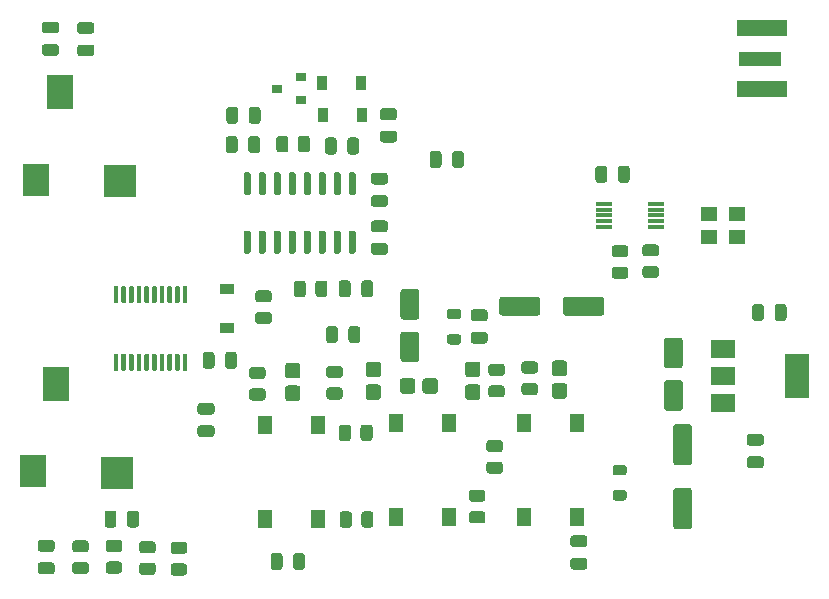
<source format=gbr>
%TF.GenerationSoftware,KiCad,Pcbnew,(5.1.9)-1*%
%TF.CreationDate,2022-08-23T12:02:52-04:00*%
%TF.ProjectId,ADX,4144582e-6b69-4636-9164-5f7063625858,rev?*%
%TF.SameCoordinates,Original*%
%TF.FileFunction,Paste,Top*%
%TF.FilePolarity,Positive*%
%FSLAX46Y46*%
G04 Gerber Fmt 4.6, Leading zero omitted, Abs format (unit mm)*
G04 Created by KiCad (PCBNEW (5.1.9)-1) date 2022-08-23 12:02:52*
%MOMM*%
%LPD*%
G01*
G04 APERTURE LIST*
%ADD10R,1.400000X1.200000*%
%ADD11R,2.000000X1.500000*%
%ADD12R,2.000000X3.800000*%
%ADD13R,1.400000X0.300000*%
%ADD14R,1.300000X1.550000*%
%ADD15R,0.900000X0.800000*%
%ADD16R,3.600000X1.270000*%
%ADD17R,4.200000X1.350000*%
%ADD18R,2.200000X3.000000*%
%ADD19R,2.200000X2.800000*%
%ADD20R,2.800000X2.800000*%
%ADD21R,1.200000X0.900000*%
%ADD22R,0.900000X1.200000*%
G04 APERTURE END LIST*
%TO.C,C16*%
G36*
G01*
X131605000Y-106622000D02*
X132555000Y-106622000D01*
G75*
G02*
X132805000Y-106872000I0J-250000D01*
G01*
X132805000Y-107372000D01*
G75*
G02*
X132555000Y-107622000I-250000J0D01*
G01*
X131605000Y-107622000D01*
G75*
G02*
X131355000Y-107372000I0J250000D01*
G01*
X131355000Y-106872000D01*
G75*
G02*
X131605000Y-106622000I250000J0D01*
G01*
G37*
G36*
G01*
X131605000Y-104722000D02*
X132555000Y-104722000D01*
G75*
G02*
X132805000Y-104972000I0J-250000D01*
G01*
X132805000Y-105472000D01*
G75*
G02*
X132555000Y-105722000I-250000J0D01*
G01*
X131605000Y-105722000D01*
G75*
G02*
X131355000Y-105472000I0J250000D01*
G01*
X131355000Y-104972000D01*
G75*
G02*
X131605000Y-104722000I250000J0D01*
G01*
G37*
%TD*%
%TO.C,C3*%
G36*
G01*
X106992000Y-106459000D02*
X106992000Y-107409000D01*
G75*
G02*
X106742000Y-107659000I-250000J0D01*
G01*
X106242000Y-107659000D01*
G75*
G02*
X105992000Y-107409000I0J250000D01*
G01*
X105992000Y-106459000D01*
G75*
G02*
X106242000Y-106209000I250000J0D01*
G01*
X106742000Y-106209000D01*
G75*
G02*
X106992000Y-106459000I0J-250000D01*
G01*
G37*
G36*
G01*
X108892000Y-106459000D02*
X108892000Y-107409000D01*
G75*
G02*
X108642000Y-107659000I-250000J0D01*
G01*
X108142000Y-107659000D01*
G75*
G02*
X107892000Y-107409000I0J250000D01*
G01*
X107892000Y-106459000D01*
G75*
G02*
X108142000Y-106209000I250000J0D01*
G01*
X108642000Y-106209000D01*
G75*
G02*
X108892000Y-106459000I0J-250000D01*
G01*
G37*
%TD*%
D10*
%TO.C,Y1*%
X143072000Y-77536000D03*
X145472000Y-77536000D03*
X145472000Y-79436000D03*
X143072000Y-79436000D03*
%TD*%
D11*
%TO.C,U4*%
X144280000Y-88910000D03*
X144280000Y-93510000D03*
X144280000Y-91210000D03*
D12*
X150580000Y-91210000D03*
%TD*%
%TO.C,U3*%
G36*
G01*
X98635000Y-89325000D02*
X98835000Y-89325000D01*
G75*
G02*
X98935000Y-89425000I0J-100000D01*
G01*
X98935000Y-90700000D01*
G75*
G02*
X98835000Y-90800000I-100000J0D01*
G01*
X98635000Y-90800000D01*
G75*
G02*
X98535000Y-90700000I0J100000D01*
G01*
X98535000Y-89425000D01*
G75*
G02*
X98635000Y-89325000I100000J0D01*
G01*
G37*
G36*
G01*
X97985000Y-89325000D02*
X98185000Y-89325000D01*
G75*
G02*
X98285000Y-89425000I0J-100000D01*
G01*
X98285000Y-90700000D01*
G75*
G02*
X98185000Y-90800000I-100000J0D01*
G01*
X97985000Y-90800000D01*
G75*
G02*
X97885000Y-90700000I0J100000D01*
G01*
X97885000Y-89425000D01*
G75*
G02*
X97985000Y-89325000I100000J0D01*
G01*
G37*
G36*
G01*
X97335000Y-89325000D02*
X97535000Y-89325000D01*
G75*
G02*
X97635000Y-89425000I0J-100000D01*
G01*
X97635000Y-90700000D01*
G75*
G02*
X97535000Y-90800000I-100000J0D01*
G01*
X97335000Y-90800000D01*
G75*
G02*
X97235000Y-90700000I0J100000D01*
G01*
X97235000Y-89425000D01*
G75*
G02*
X97335000Y-89325000I100000J0D01*
G01*
G37*
G36*
G01*
X96685000Y-89325000D02*
X96885000Y-89325000D01*
G75*
G02*
X96985000Y-89425000I0J-100000D01*
G01*
X96985000Y-90700000D01*
G75*
G02*
X96885000Y-90800000I-100000J0D01*
G01*
X96685000Y-90800000D01*
G75*
G02*
X96585000Y-90700000I0J100000D01*
G01*
X96585000Y-89425000D01*
G75*
G02*
X96685000Y-89325000I100000J0D01*
G01*
G37*
G36*
G01*
X96035000Y-89325000D02*
X96235000Y-89325000D01*
G75*
G02*
X96335000Y-89425000I0J-100000D01*
G01*
X96335000Y-90700000D01*
G75*
G02*
X96235000Y-90800000I-100000J0D01*
G01*
X96035000Y-90800000D01*
G75*
G02*
X95935000Y-90700000I0J100000D01*
G01*
X95935000Y-89425000D01*
G75*
G02*
X96035000Y-89325000I100000J0D01*
G01*
G37*
G36*
G01*
X95385000Y-89325000D02*
X95585000Y-89325000D01*
G75*
G02*
X95685000Y-89425000I0J-100000D01*
G01*
X95685000Y-90700000D01*
G75*
G02*
X95585000Y-90800000I-100000J0D01*
G01*
X95385000Y-90800000D01*
G75*
G02*
X95285000Y-90700000I0J100000D01*
G01*
X95285000Y-89425000D01*
G75*
G02*
X95385000Y-89325000I100000J0D01*
G01*
G37*
G36*
G01*
X94735000Y-89325000D02*
X94935000Y-89325000D01*
G75*
G02*
X95035000Y-89425000I0J-100000D01*
G01*
X95035000Y-90700000D01*
G75*
G02*
X94935000Y-90800000I-100000J0D01*
G01*
X94735000Y-90800000D01*
G75*
G02*
X94635000Y-90700000I0J100000D01*
G01*
X94635000Y-89425000D01*
G75*
G02*
X94735000Y-89325000I100000J0D01*
G01*
G37*
G36*
G01*
X94085000Y-89325000D02*
X94285000Y-89325000D01*
G75*
G02*
X94385000Y-89425000I0J-100000D01*
G01*
X94385000Y-90700000D01*
G75*
G02*
X94285000Y-90800000I-100000J0D01*
G01*
X94085000Y-90800000D01*
G75*
G02*
X93985000Y-90700000I0J100000D01*
G01*
X93985000Y-89425000D01*
G75*
G02*
X94085000Y-89325000I100000J0D01*
G01*
G37*
G36*
G01*
X93435000Y-89325000D02*
X93635000Y-89325000D01*
G75*
G02*
X93735000Y-89425000I0J-100000D01*
G01*
X93735000Y-90700000D01*
G75*
G02*
X93635000Y-90800000I-100000J0D01*
G01*
X93435000Y-90800000D01*
G75*
G02*
X93335000Y-90700000I0J100000D01*
G01*
X93335000Y-89425000D01*
G75*
G02*
X93435000Y-89325000I100000J0D01*
G01*
G37*
G36*
G01*
X92785000Y-89325000D02*
X92985000Y-89325000D01*
G75*
G02*
X93085000Y-89425000I0J-100000D01*
G01*
X93085000Y-90700000D01*
G75*
G02*
X92985000Y-90800000I-100000J0D01*
G01*
X92785000Y-90800000D01*
G75*
G02*
X92685000Y-90700000I0J100000D01*
G01*
X92685000Y-89425000D01*
G75*
G02*
X92785000Y-89325000I100000J0D01*
G01*
G37*
G36*
G01*
X92785000Y-83600000D02*
X92985000Y-83600000D01*
G75*
G02*
X93085000Y-83700000I0J-100000D01*
G01*
X93085000Y-84975000D01*
G75*
G02*
X92985000Y-85075000I-100000J0D01*
G01*
X92785000Y-85075000D01*
G75*
G02*
X92685000Y-84975000I0J100000D01*
G01*
X92685000Y-83700000D01*
G75*
G02*
X92785000Y-83600000I100000J0D01*
G01*
G37*
G36*
G01*
X93435000Y-83600000D02*
X93635000Y-83600000D01*
G75*
G02*
X93735000Y-83700000I0J-100000D01*
G01*
X93735000Y-84975000D01*
G75*
G02*
X93635000Y-85075000I-100000J0D01*
G01*
X93435000Y-85075000D01*
G75*
G02*
X93335000Y-84975000I0J100000D01*
G01*
X93335000Y-83700000D01*
G75*
G02*
X93435000Y-83600000I100000J0D01*
G01*
G37*
G36*
G01*
X94085000Y-83600000D02*
X94285000Y-83600000D01*
G75*
G02*
X94385000Y-83700000I0J-100000D01*
G01*
X94385000Y-84975000D01*
G75*
G02*
X94285000Y-85075000I-100000J0D01*
G01*
X94085000Y-85075000D01*
G75*
G02*
X93985000Y-84975000I0J100000D01*
G01*
X93985000Y-83700000D01*
G75*
G02*
X94085000Y-83600000I100000J0D01*
G01*
G37*
G36*
G01*
X94735000Y-83600000D02*
X94935000Y-83600000D01*
G75*
G02*
X95035000Y-83700000I0J-100000D01*
G01*
X95035000Y-84975000D01*
G75*
G02*
X94935000Y-85075000I-100000J0D01*
G01*
X94735000Y-85075000D01*
G75*
G02*
X94635000Y-84975000I0J100000D01*
G01*
X94635000Y-83700000D01*
G75*
G02*
X94735000Y-83600000I100000J0D01*
G01*
G37*
G36*
G01*
X95385000Y-83600000D02*
X95585000Y-83600000D01*
G75*
G02*
X95685000Y-83700000I0J-100000D01*
G01*
X95685000Y-84975000D01*
G75*
G02*
X95585000Y-85075000I-100000J0D01*
G01*
X95385000Y-85075000D01*
G75*
G02*
X95285000Y-84975000I0J100000D01*
G01*
X95285000Y-83700000D01*
G75*
G02*
X95385000Y-83600000I100000J0D01*
G01*
G37*
G36*
G01*
X96035000Y-83600000D02*
X96235000Y-83600000D01*
G75*
G02*
X96335000Y-83700000I0J-100000D01*
G01*
X96335000Y-84975000D01*
G75*
G02*
X96235000Y-85075000I-100000J0D01*
G01*
X96035000Y-85075000D01*
G75*
G02*
X95935000Y-84975000I0J100000D01*
G01*
X95935000Y-83700000D01*
G75*
G02*
X96035000Y-83600000I100000J0D01*
G01*
G37*
G36*
G01*
X96685000Y-83600000D02*
X96885000Y-83600000D01*
G75*
G02*
X96985000Y-83700000I0J-100000D01*
G01*
X96985000Y-84975000D01*
G75*
G02*
X96885000Y-85075000I-100000J0D01*
G01*
X96685000Y-85075000D01*
G75*
G02*
X96585000Y-84975000I0J100000D01*
G01*
X96585000Y-83700000D01*
G75*
G02*
X96685000Y-83600000I100000J0D01*
G01*
G37*
G36*
G01*
X97335000Y-83600000D02*
X97535000Y-83600000D01*
G75*
G02*
X97635000Y-83700000I0J-100000D01*
G01*
X97635000Y-84975000D01*
G75*
G02*
X97535000Y-85075000I-100000J0D01*
G01*
X97335000Y-85075000D01*
G75*
G02*
X97235000Y-84975000I0J100000D01*
G01*
X97235000Y-83700000D01*
G75*
G02*
X97335000Y-83600000I100000J0D01*
G01*
G37*
G36*
G01*
X97985000Y-83600000D02*
X98185000Y-83600000D01*
G75*
G02*
X98285000Y-83700000I0J-100000D01*
G01*
X98285000Y-84975000D01*
G75*
G02*
X98185000Y-85075000I-100000J0D01*
G01*
X97985000Y-85075000D01*
G75*
G02*
X97885000Y-84975000I0J100000D01*
G01*
X97885000Y-83700000D01*
G75*
G02*
X97985000Y-83600000I100000J0D01*
G01*
G37*
G36*
G01*
X98635000Y-83600000D02*
X98835000Y-83600000D01*
G75*
G02*
X98935000Y-83700000I0J-100000D01*
G01*
X98935000Y-84975000D01*
G75*
G02*
X98835000Y-85075000I-100000J0D01*
G01*
X98635000Y-85075000D01*
G75*
G02*
X98535000Y-84975000I0J100000D01*
G01*
X98535000Y-83700000D01*
G75*
G02*
X98635000Y-83600000I100000J0D01*
G01*
G37*
%TD*%
D13*
%TO.C,U2*%
X134180000Y-78630000D03*
X134180000Y-78130000D03*
X134180000Y-77630000D03*
X134180000Y-77130000D03*
X134180000Y-76630000D03*
X138580000Y-76630000D03*
X138580000Y-77130000D03*
X138580000Y-77630000D03*
X138580000Y-78130000D03*
X138580000Y-78630000D03*
%TD*%
%TO.C,U1*%
G36*
G01*
X112725000Y-78920000D02*
X113025000Y-78920000D01*
G75*
G02*
X113175000Y-79070000I0J-150000D01*
G01*
X113175000Y-80720000D01*
G75*
G02*
X113025000Y-80870000I-150000J0D01*
G01*
X112725000Y-80870000D01*
G75*
G02*
X112575000Y-80720000I0J150000D01*
G01*
X112575000Y-79070000D01*
G75*
G02*
X112725000Y-78920000I150000J0D01*
G01*
G37*
G36*
G01*
X111455000Y-78920000D02*
X111755000Y-78920000D01*
G75*
G02*
X111905000Y-79070000I0J-150000D01*
G01*
X111905000Y-80720000D01*
G75*
G02*
X111755000Y-80870000I-150000J0D01*
G01*
X111455000Y-80870000D01*
G75*
G02*
X111305000Y-80720000I0J150000D01*
G01*
X111305000Y-79070000D01*
G75*
G02*
X111455000Y-78920000I150000J0D01*
G01*
G37*
G36*
G01*
X110185000Y-78920000D02*
X110485000Y-78920000D01*
G75*
G02*
X110635000Y-79070000I0J-150000D01*
G01*
X110635000Y-80720000D01*
G75*
G02*
X110485000Y-80870000I-150000J0D01*
G01*
X110185000Y-80870000D01*
G75*
G02*
X110035000Y-80720000I0J150000D01*
G01*
X110035000Y-79070000D01*
G75*
G02*
X110185000Y-78920000I150000J0D01*
G01*
G37*
G36*
G01*
X108915000Y-78920000D02*
X109215000Y-78920000D01*
G75*
G02*
X109365000Y-79070000I0J-150000D01*
G01*
X109365000Y-80720000D01*
G75*
G02*
X109215000Y-80870000I-150000J0D01*
G01*
X108915000Y-80870000D01*
G75*
G02*
X108765000Y-80720000I0J150000D01*
G01*
X108765000Y-79070000D01*
G75*
G02*
X108915000Y-78920000I150000J0D01*
G01*
G37*
G36*
G01*
X107645000Y-78920000D02*
X107945000Y-78920000D01*
G75*
G02*
X108095000Y-79070000I0J-150000D01*
G01*
X108095000Y-80720000D01*
G75*
G02*
X107945000Y-80870000I-150000J0D01*
G01*
X107645000Y-80870000D01*
G75*
G02*
X107495000Y-80720000I0J150000D01*
G01*
X107495000Y-79070000D01*
G75*
G02*
X107645000Y-78920000I150000J0D01*
G01*
G37*
G36*
G01*
X106375000Y-78920000D02*
X106675000Y-78920000D01*
G75*
G02*
X106825000Y-79070000I0J-150000D01*
G01*
X106825000Y-80720000D01*
G75*
G02*
X106675000Y-80870000I-150000J0D01*
G01*
X106375000Y-80870000D01*
G75*
G02*
X106225000Y-80720000I0J150000D01*
G01*
X106225000Y-79070000D01*
G75*
G02*
X106375000Y-78920000I150000J0D01*
G01*
G37*
G36*
G01*
X105105000Y-78920000D02*
X105405000Y-78920000D01*
G75*
G02*
X105555000Y-79070000I0J-150000D01*
G01*
X105555000Y-80720000D01*
G75*
G02*
X105405000Y-80870000I-150000J0D01*
G01*
X105105000Y-80870000D01*
G75*
G02*
X104955000Y-80720000I0J150000D01*
G01*
X104955000Y-79070000D01*
G75*
G02*
X105105000Y-78920000I150000J0D01*
G01*
G37*
G36*
G01*
X103835000Y-78920000D02*
X104135000Y-78920000D01*
G75*
G02*
X104285000Y-79070000I0J-150000D01*
G01*
X104285000Y-80720000D01*
G75*
G02*
X104135000Y-80870000I-150000J0D01*
G01*
X103835000Y-80870000D01*
G75*
G02*
X103685000Y-80720000I0J150000D01*
G01*
X103685000Y-79070000D01*
G75*
G02*
X103835000Y-78920000I150000J0D01*
G01*
G37*
G36*
G01*
X103835000Y-73970000D02*
X104135000Y-73970000D01*
G75*
G02*
X104285000Y-74120000I0J-150000D01*
G01*
X104285000Y-75770000D01*
G75*
G02*
X104135000Y-75920000I-150000J0D01*
G01*
X103835000Y-75920000D01*
G75*
G02*
X103685000Y-75770000I0J150000D01*
G01*
X103685000Y-74120000D01*
G75*
G02*
X103835000Y-73970000I150000J0D01*
G01*
G37*
G36*
G01*
X105105000Y-73970000D02*
X105405000Y-73970000D01*
G75*
G02*
X105555000Y-74120000I0J-150000D01*
G01*
X105555000Y-75770000D01*
G75*
G02*
X105405000Y-75920000I-150000J0D01*
G01*
X105105000Y-75920000D01*
G75*
G02*
X104955000Y-75770000I0J150000D01*
G01*
X104955000Y-74120000D01*
G75*
G02*
X105105000Y-73970000I150000J0D01*
G01*
G37*
G36*
G01*
X106375000Y-73970000D02*
X106675000Y-73970000D01*
G75*
G02*
X106825000Y-74120000I0J-150000D01*
G01*
X106825000Y-75770000D01*
G75*
G02*
X106675000Y-75920000I-150000J0D01*
G01*
X106375000Y-75920000D01*
G75*
G02*
X106225000Y-75770000I0J150000D01*
G01*
X106225000Y-74120000D01*
G75*
G02*
X106375000Y-73970000I150000J0D01*
G01*
G37*
G36*
G01*
X107645000Y-73970000D02*
X107945000Y-73970000D01*
G75*
G02*
X108095000Y-74120000I0J-150000D01*
G01*
X108095000Y-75770000D01*
G75*
G02*
X107945000Y-75920000I-150000J0D01*
G01*
X107645000Y-75920000D01*
G75*
G02*
X107495000Y-75770000I0J150000D01*
G01*
X107495000Y-74120000D01*
G75*
G02*
X107645000Y-73970000I150000J0D01*
G01*
G37*
G36*
G01*
X108915000Y-73970000D02*
X109215000Y-73970000D01*
G75*
G02*
X109365000Y-74120000I0J-150000D01*
G01*
X109365000Y-75770000D01*
G75*
G02*
X109215000Y-75920000I-150000J0D01*
G01*
X108915000Y-75920000D01*
G75*
G02*
X108765000Y-75770000I0J150000D01*
G01*
X108765000Y-74120000D01*
G75*
G02*
X108915000Y-73970000I150000J0D01*
G01*
G37*
G36*
G01*
X110185000Y-73970000D02*
X110485000Y-73970000D01*
G75*
G02*
X110635000Y-74120000I0J-150000D01*
G01*
X110635000Y-75770000D01*
G75*
G02*
X110485000Y-75920000I-150000J0D01*
G01*
X110185000Y-75920000D01*
G75*
G02*
X110035000Y-75770000I0J150000D01*
G01*
X110035000Y-74120000D01*
G75*
G02*
X110185000Y-73970000I150000J0D01*
G01*
G37*
G36*
G01*
X111455000Y-73970000D02*
X111755000Y-73970000D01*
G75*
G02*
X111905000Y-74120000I0J-150000D01*
G01*
X111905000Y-75770000D01*
G75*
G02*
X111755000Y-75920000I-150000J0D01*
G01*
X111455000Y-75920000D01*
G75*
G02*
X111305000Y-75770000I0J150000D01*
G01*
X111305000Y-74120000D01*
G75*
G02*
X111455000Y-73970000I150000J0D01*
G01*
G37*
G36*
G01*
X112725000Y-73970000D02*
X113025000Y-73970000D01*
G75*
G02*
X113175000Y-74120000I0J-150000D01*
G01*
X113175000Y-75770000D01*
G75*
G02*
X113025000Y-75920000I-150000J0D01*
G01*
X112725000Y-75920000D01*
G75*
G02*
X112575000Y-75770000I0J150000D01*
G01*
X112575000Y-74120000D01*
G75*
G02*
X112725000Y-73970000I150000J0D01*
G01*
G37*
%TD*%
D14*
%TO.C,SW3*%
X121070000Y-95245000D03*
X116570000Y-95245000D03*
X116570000Y-103195000D03*
X121070000Y-103195000D03*
%TD*%
%TO.C,SW2*%
X131920000Y-95185000D03*
X127420000Y-95185000D03*
X127420000Y-103135000D03*
X131920000Y-103135000D03*
%TD*%
%TO.C,SW1*%
X110000000Y-95415000D03*
X105500000Y-95415000D03*
X105500000Y-103365000D03*
X110000000Y-103365000D03*
%TD*%
%TO.C,R17*%
G36*
G01*
X123920002Y-101880000D02*
X123019998Y-101880000D01*
G75*
G02*
X122770000Y-101630002I0J249998D01*
G01*
X122770000Y-101104998D01*
G75*
G02*
X123019998Y-100855000I249998J0D01*
G01*
X123920002Y-100855000D01*
G75*
G02*
X124170000Y-101104998I0J-249998D01*
G01*
X124170000Y-101630002D01*
G75*
G02*
X123920002Y-101880000I-249998J0D01*
G01*
G37*
G36*
G01*
X123920002Y-103705000D02*
X123019998Y-103705000D01*
G75*
G02*
X122770000Y-103455002I0J249998D01*
G01*
X122770000Y-102929998D01*
G75*
G02*
X123019998Y-102680000I249998J0D01*
G01*
X123920002Y-102680000D01*
G75*
G02*
X124170000Y-102929998I0J-249998D01*
G01*
X124170000Y-103455002D01*
G75*
G02*
X123920002Y-103705000I-249998J0D01*
G01*
G37*
%TD*%
%TO.C,R16*%
G36*
G01*
X136010002Y-81170000D02*
X135109998Y-81170000D01*
G75*
G02*
X134860000Y-80920002I0J249998D01*
G01*
X134860000Y-80394998D01*
G75*
G02*
X135109998Y-80145000I249998J0D01*
G01*
X136010002Y-80145000D01*
G75*
G02*
X136260000Y-80394998I0J-249998D01*
G01*
X136260000Y-80920002D01*
G75*
G02*
X136010002Y-81170000I-249998J0D01*
G01*
G37*
G36*
G01*
X136010002Y-82995000D02*
X135109998Y-82995000D01*
G75*
G02*
X134860000Y-82745002I0J249998D01*
G01*
X134860000Y-82219998D01*
G75*
G02*
X135109998Y-81970000I249998J0D01*
G01*
X136010002Y-81970000D01*
G75*
G02*
X136260000Y-82219998I0J-249998D01*
G01*
X136260000Y-82745002D01*
G75*
G02*
X136010002Y-82995000I-249998J0D01*
G01*
G37*
%TD*%
%TO.C,R15*%
G36*
G01*
X138610002Y-81107500D02*
X137709998Y-81107500D01*
G75*
G02*
X137460000Y-80857502I0J249998D01*
G01*
X137460000Y-80332498D01*
G75*
G02*
X137709998Y-80082500I249998J0D01*
G01*
X138610002Y-80082500D01*
G75*
G02*
X138860000Y-80332498I0J-249998D01*
G01*
X138860000Y-80857502D01*
G75*
G02*
X138610002Y-81107500I-249998J0D01*
G01*
G37*
G36*
G01*
X138610002Y-82932500D02*
X137709998Y-82932500D01*
G75*
G02*
X137460000Y-82682502I0J249998D01*
G01*
X137460000Y-82157498D01*
G75*
G02*
X137709998Y-81907500I249998J0D01*
G01*
X138610002Y-81907500D01*
G75*
G02*
X138860000Y-82157498I0J-249998D01*
G01*
X138860000Y-82682502D01*
G75*
G02*
X138610002Y-82932500I-249998J0D01*
G01*
G37*
%TD*%
%TO.C,R14*%
G36*
G01*
X109770000Y-84300002D02*
X109770000Y-83399998D01*
G75*
G02*
X110019998Y-83150000I249998J0D01*
G01*
X110545002Y-83150000D01*
G75*
G02*
X110795000Y-83399998I0J-249998D01*
G01*
X110795000Y-84300002D01*
G75*
G02*
X110545002Y-84550000I-249998J0D01*
G01*
X110019998Y-84550000D01*
G75*
G02*
X109770000Y-84300002I0J249998D01*
G01*
G37*
G36*
G01*
X107945000Y-84300002D02*
X107945000Y-83399998D01*
G75*
G02*
X108194998Y-83150000I249998J0D01*
G01*
X108720002Y-83150000D01*
G75*
G02*
X108970000Y-83399998I0J-249998D01*
G01*
X108970000Y-84300002D01*
G75*
G02*
X108720002Y-84550000I-249998J0D01*
G01*
X108194998Y-84550000D01*
G75*
G02*
X107945000Y-84300002I0J249998D01*
G01*
G37*
%TD*%
%TO.C,R13*%
G36*
G01*
X107490000Y-71139998D02*
X107490000Y-72040002D01*
G75*
G02*
X107240002Y-72290000I-249998J0D01*
G01*
X106714998Y-72290000D01*
G75*
G02*
X106465000Y-72040002I0J249998D01*
G01*
X106465000Y-71139998D01*
G75*
G02*
X106714998Y-70890000I249998J0D01*
G01*
X107240002Y-70890000D01*
G75*
G02*
X107490000Y-71139998I0J-249998D01*
G01*
G37*
G36*
G01*
X109315000Y-71139998D02*
X109315000Y-72040002D01*
G75*
G02*
X109065002Y-72290000I-249998J0D01*
G01*
X108539998Y-72290000D01*
G75*
G02*
X108290000Y-72040002I0J249998D01*
G01*
X108290000Y-71139998D01*
G75*
G02*
X108539998Y-70890000I249998J0D01*
G01*
X109065002Y-70890000D01*
G75*
G02*
X109315000Y-71139998I0J-249998D01*
G01*
G37*
%TD*%
%TO.C,R12*%
G36*
G01*
X104929998Y-85800000D02*
X105830002Y-85800000D01*
G75*
G02*
X106080000Y-86049998I0J-249998D01*
G01*
X106080000Y-86575002D01*
G75*
G02*
X105830002Y-86825000I-249998J0D01*
G01*
X104929998Y-86825000D01*
G75*
G02*
X104680000Y-86575002I0J249998D01*
G01*
X104680000Y-86049998D01*
G75*
G02*
X104929998Y-85800000I249998J0D01*
G01*
G37*
G36*
G01*
X104929998Y-83975000D02*
X105830002Y-83975000D01*
G75*
G02*
X106080000Y-84224998I0J-249998D01*
G01*
X106080000Y-84750002D01*
G75*
G02*
X105830002Y-85000000I-249998J0D01*
G01*
X104929998Y-85000000D01*
G75*
G02*
X104680000Y-84750002I0J249998D01*
G01*
X104680000Y-84224998D01*
G75*
G02*
X104929998Y-83975000I249998J0D01*
G01*
G37*
%TD*%
%TO.C,R11*%
G36*
G01*
X125400002Y-97680000D02*
X124499998Y-97680000D01*
G75*
G02*
X124250000Y-97430002I0J249998D01*
G01*
X124250000Y-96904998D01*
G75*
G02*
X124499998Y-96655000I249998J0D01*
G01*
X125400002Y-96655000D01*
G75*
G02*
X125650000Y-96904998I0J-249998D01*
G01*
X125650000Y-97430002D01*
G75*
G02*
X125400002Y-97680000I-249998J0D01*
G01*
G37*
G36*
G01*
X125400002Y-99505000D02*
X124499998Y-99505000D01*
G75*
G02*
X124250000Y-99255002I0J249998D01*
G01*
X124250000Y-98729998D01*
G75*
G02*
X124499998Y-98480000I249998J0D01*
G01*
X125400002Y-98480000D01*
G75*
G02*
X125650000Y-98729998I0J-249998D01*
G01*
X125650000Y-99255002D01*
G75*
G02*
X125400002Y-99505000I-249998J0D01*
G01*
G37*
%TD*%
%TO.C,R10*%
G36*
G01*
X112860000Y-102929998D02*
X112860000Y-103830002D01*
G75*
G02*
X112610002Y-104080000I-249998J0D01*
G01*
X112084998Y-104080000D01*
G75*
G02*
X111835000Y-103830002I0J249998D01*
G01*
X111835000Y-102929998D01*
G75*
G02*
X112084998Y-102680000I249998J0D01*
G01*
X112610002Y-102680000D01*
G75*
G02*
X112860000Y-102929998I0J-249998D01*
G01*
G37*
G36*
G01*
X114685000Y-102929998D02*
X114685000Y-103830002D01*
G75*
G02*
X114435002Y-104080000I-249998J0D01*
G01*
X113909998Y-104080000D01*
G75*
G02*
X113660000Y-103830002I0J249998D01*
G01*
X113660000Y-102929998D01*
G75*
G02*
X113909998Y-102680000I249998J0D01*
G01*
X114435002Y-102680000D01*
G75*
G02*
X114685000Y-102929998I0J-249998D01*
G01*
G37*
%TD*%
%TO.C,R9*%
G36*
G01*
X104399998Y-92282500D02*
X105300002Y-92282500D01*
G75*
G02*
X105550000Y-92532498I0J-249998D01*
G01*
X105550000Y-93057502D01*
G75*
G02*
X105300002Y-93307500I-249998J0D01*
G01*
X104399998Y-93307500D01*
G75*
G02*
X104150000Y-93057502I0J249998D01*
G01*
X104150000Y-92532498D01*
G75*
G02*
X104399998Y-92282500I249998J0D01*
G01*
G37*
G36*
G01*
X104399998Y-90457500D02*
X105300002Y-90457500D01*
G75*
G02*
X105550000Y-90707498I0J-249998D01*
G01*
X105550000Y-91232502D01*
G75*
G02*
X105300002Y-91482500I-249998J0D01*
G01*
X104399998Y-91482500D01*
G75*
G02*
X104150000Y-91232502I0J249998D01*
G01*
X104150000Y-90707498D01*
G75*
G02*
X104399998Y-90457500I249998J0D01*
G01*
G37*
%TD*%
%TO.C,R8*%
G36*
G01*
X111840002Y-91400000D02*
X110939998Y-91400000D01*
G75*
G02*
X110690000Y-91150002I0J249998D01*
G01*
X110690000Y-90624998D01*
G75*
G02*
X110939998Y-90375000I249998J0D01*
G01*
X111840002Y-90375000D01*
G75*
G02*
X112090000Y-90624998I0J-249998D01*
G01*
X112090000Y-91150002D01*
G75*
G02*
X111840002Y-91400000I-249998J0D01*
G01*
G37*
G36*
G01*
X111840002Y-93225000D02*
X110939998Y-93225000D01*
G75*
G02*
X110690000Y-92975002I0J249998D01*
G01*
X110690000Y-92449998D01*
G75*
G02*
X110939998Y-92200000I249998J0D01*
G01*
X111840002Y-92200000D01*
G75*
G02*
X112090000Y-92449998I0J-249998D01*
G01*
X112090000Y-92975002D01*
G75*
G02*
X111840002Y-93225000I-249998J0D01*
G01*
G37*
%TD*%
%TO.C,R7*%
G36*
G01*
X125560002Y-91220000D02*
X124659998Y-91220000D01*
G75*
G02*
X124410000Y-90970002I0J249998D01*
G01*
X124410000Y-90444998D01*
G75*
G02*
X124659998Y-90195000I249998J0D01*
G01*
X125560002Y-90195000D01*
G75*
G02*
X125810000Y-90444998I0J-249998D01*
G01*
X125810000Y-90970002D01*
G75*
G02*
X125560002Y-91220000I-249998J0D01*
G01*
G37*
G36*
G01*
X125560002Y-93045000D02*
X124659998Y-93045000D01*
G75*
G02*
X124410000Y-92795002I0J249998D01*
G01*
X124410000Y-92269998D01*
G75*
G02*
X124659998Y-92020000I249998J0D01*
G01*
X125560002Y-92020000D01*
G75*
G02*
X125810000Y-92269998I0J-249998D01*
G01*
X125810000Y-92795002D01*
G75*
G02*
X125560002Y-93045000I-249998J0D01*
G01*
G37*
%TD*%
%TO.C,R6*%
G36*
G01*
X127469998Y-91820000D02*
X128370002Y-91820000D01*
G75*
G02*
X128620000Y-92069998I0J-249998D01*
G01*
X128620000Y-92595002D01*
G75*
G02*
X128370002Y-92845000I-249998J0D01*
G01*
X127469998Y-92845000D01*
G75*
G02*
X127220000Y-92595002I0J249998D01*
G01*
X127220000Y-92069998D01*
G75*
G02*
X127469998Y-91820000I249998J0D01*
G01*
G37*
G36*
G01*
X127469998Y-89995000D02*
X128370002Y-89995000D01*
G75*
G02*
X128620000Y-90244998I0J-249998D01*
G01*
X128620000Y-90770002D01*
G75*
G02*
X128370002Y-91020000I-249998J0D01*
G01*
X127469998Y-91020000D01*
G75*
G02*
X127220000Y-90770002I0J249998D01*
G01*
X127220000Y-90244998D01*
G75*
G02*
X127469998Y-89995000I249998J0D01*
G01*
G37*
%TD*%
%TO.C,R5*%
G36*
G01*
X113590000Y-96490002D02*
X113590000Y-95589998D01*
G75*
G02*
X113839998Y-95340000I249998J0D01*
G01*
X114365002Y-95340000D01*
G75*
G02*
X114615000Y-95589998I0J-249998D01*
G01*
X114615000Y-96490002D01*
G75*
G02*
X114365002Y-96740000I-249998J0D01*
G01*
X113839998Y-96740000D01*
G75*
G02*
X113590000Y-96490002I0J249998D01*
G01*
G37*
G36*
G01*
X111765000Y-96490002D02*
X111765000Y-95589998D01*
G75*
G02*
X112014998Y-95340000I249998J0D01*
G01*
X112540002Y-95340000D01*
G75*
G02*
X112790000Y-95589998I0J-249998D01*
G01*
X112790000Y-96490002D01*
G75*
G02*
X112540002Y-96740000I-249998J0D01*
G01*
X112014998Y-96740000D01*
G75*
G02*
X111765000Y-96490002I0J249998D01*
G01*
G37*
%TD*%
%TO.C,R4*%
G36*
G01*
X98660002Y-106300000D02*
X97759998Y-106300000D01*
G75*
G02*
X97510000Y-106050002I0J249998D01*
G01*
X97510000Y-105524998D01*
G75*
G02*
X97759998Y-105275000I249998J0D01*
G01*
X98660002Y-105275000D01*
G75*
G02*
X98910000Y-105524998I0J-249998D01*
G01*
X98910000Y-106050002D01*
G75*
G02*
X98660002Y-106300000I-249998J0D01*
G01*
G37*
G36*
G01*
X98660002Y-108125000D02*
X97759998Y-108125000D01*
G75*
G02*
X97510000Y-107875002I0J249998D01*
G01*
X97510000Y-107349998D01*
G75*
G02*
X97759998Y-107100000I249998J0D01*
G01*
X98660002Y-107100000D01*
G75*
G02*
X98910000Y-107349998I0J-249998D01*
G01*
X98910000Y-107875002D01*
G75*
G02*
X98660002Y-108125000I-249998J0D01*
G01*
G37*
%TD*%
%TO.C,R3*%
G36*
G01*
X95099998Y-107037500D02*
X96000002Y-107037500D01*
G75*
G02*
X96250000Y-107287498I0J-249998D01*
G01*
X96250000Y-107812502D01*
G75*
G02*
X96000002Y-108062500I-249998J0D01*
G01*
X95099998Y-108062500D01*
G75*
G02*
X94850000Y-107812502I0J249998D01*
G01*
X94850000Y-107287498D01*
G75*
G02*
X95099998Y-107037500I249998J0D01*
G01*
G37*
G36*
G01*
X95099998Y-105212500D02*
X96000002Y-105212500D01*
G75*
G02*
X96250000Y-105462498I0J-249998D01*
G01*
X96250000Y-105987502D01*
G75*
G02*
X96000002Y-106237500I-249998J0D01*
G01*
X95099998Y-106237500D01*
G75*
G02*
X94850000Y-105987502I0J249998D01*
G01*
X94850000Y-105462498D01*
G75*
G02*
X95099998Y-105212500I249998J0D01*
G01*
G37*
%TD*%
%TO.C,R2*%
G36*
G01*
X92269998Y-106930000D02*
X93170002Y-106930000D01*
G75*
G02*
X93420000Y-107179998I0J-249998D01*
G01*
X93420000Y-107705002D01*
G75*
G02*
X93170002Y-107955000I-249998J0D01*
G01*
X92269998Y-107955000D01*
G75*
G02*
X92020000Y-107705002I0J249998D01*
G01*
X92020000Y-107179998D01*
G75*
G02*
X92269998Y-106930000I249998J0D01*
G01*
G37*
G36*
G01*
X92269998Y-105105000D02*
X93170002Y-105105000D01*
G75*
G02*
X93420000Y-105354998I0J-249998D01*
G01*
X93420000Y-105880002D01*
G75*
G02*
X93170002Y-106130000I-249998J0D01*
G01*
X92269998Y-106130000D01*
G75*
G02*
X92020000Y-105880002I0J249998D01*
G01*
X92020000Y-105354998D01*
G75*
G02*
X92269998Y-105105000I249998J0D01*
G01*
G37*
%TD*%
%TO.C,R1*%
G36*
G01*
X90340002Y-106167500D02*
X89439998Y-106167500D01*
G75*
G02*
X89190000Y-105917502I0J249998D01*
G01*
X89190000Y-105392498D01*
G75*
G02*
X89439998Y-105142500I249998J0D01*
G01*
X90340002Y-105142500D01*
G75*
G02*
X90590000Y-105392498I0J-249998D01*
G01*
X90590000Y-105917502D01*
G75*
G02*
X90340002Y-106167500I-249998J0D01*
G01*
G37*
G36*
G01*
X90340002Y-107992500D02*
X89439998Y-107992500D01*
G75*
G02*
X89190000Y-107742502I0J249998D01*
G01*
X89190000Y-107217498D01*
G75*
G02*
X89439998Y-106967500I249998J0D01*
G01*
X90340002Y-106967500D01*
G75*
G02*
X90590000Y-107217498I0J-249998D01*
G01*
X90590000Y-107742502D01*
G75*
G02*
X90340002Y-107992500I-249998J0D01*
G01*
G37*
%TD*%
D15*
%TO.C,Q4*%
X106520000Y-66900000D03*
X108520000Y-65950000D03*
X108520000Y-67850000D03*
%TD*%
%TO.C,L2*%
G36*
G01*
X121128750Y-87685000D02*
X121891250Y-87685000D01*
G75*
G02*
X122110000Y-87903750I0J-218750D01*
G01*
X122110000Y-88341250D01*
G75*
G02*
X121891250Y-88560000I-218750J0D01*
G01*
X121128750Y-88560000D01*
G75*
G02*
X120910000Y-88341250I0J218750D01*
G01*
X120910000Y-87903750D01*
G75*
G02*
X121128750Y-87685000I218750J0D01*
G01*
G37*
G36*
G01*
X121128750Y-85560000D02*
X121891250Y-85560000D01*
G75*
G02*
X122110000Y-85778750I0J-218750D01*
G01*
X122110000Y-86216250D01*
G75*
G02*
X121891250Y-86435000I-218750J0D01*
G01*
X121128750Y-86435000D01*
G75*
G02*
X120910000Y-86216250I0J218750D01*
G01*
X120910000Y-85778750D01*
G75*
G02*
X121128750Y-85560000I218750J0D01*
G01*
G37*
%TD*%
%TO.C,L1*%
G36*
G01*
X135148750Y-100895000D02*
X135911250Y-100895000D01*
G75*
G02*
X136130000Y-101113750I0J-218750D01*
G01*
X136130000Y-101551250D01*
G75*
G02*
X135911250Y-101770000I-218750J0D01*
G01*
X135148750Y-101770000D01*
G75*
G02*
X134930000Y-101551250I0J218750D01*
G01*
X134930000Y-101113750D01*
G75*
G02*
X135148750Y-100895000I218750J0D01*
G01*
G37*
G36*
G01*
X135148750Y-98770000D02*
X135911250Y-98770000D01*
G75*
G02*
X136130000Y-98988750I0J-218750D01*
G01*
X136130000Y-99426250D01*
G75*
G02*
X135911250Y-99645000I-218750J0D01*
G01*
X135148750Y-99645000D01*
G75*
G02*
X134930000Y-99426250I0J218750D01*
G01*
X134930000Y-98988750D01*
G75*
G02*
X135148750Y-98770000I218750J0D01*
G01*
G37*
%TD*%
D16*
%TO.C,J4*%
X147426000Y-64384600D03*
D17*
X147603800Y-61743000D03*
X147603800Y-66899200D03*
%TD*%
D18*
%TO.C,J2*%
X88140000Y-67210000D03*
D19*
X86140000Y-74610000D03*
D20*
X93240000Y-74710000D03*
%TD*%
D18*
%TO.C,J1*%
X87840000Y-91900000D03*
D19*
X85840000Y-99300000D03*
D20*
X92940000Y-99400000D03*
%TD*%
D21*
%TO.C,D9*%
X102290000Y-87130000D03*
X102290000Y-83830000D03*
%TD*%
D22*
%TO.C,D7*%
X113620000Y-66460000D03*
X110320000Y-66460000D03*
%TD*%
%TO.C,D6*%
X110430000Y-69160000D03*
X113730000Y-69160000D03*
%TD*%
%TO.C,D5*%
G36*
G01*
X108250001Y-91430000D02*
X107449999Y-91430000D01*
G75*
G02*
X107200000Y-91180001I0J249999D01*
G01*
X107200000Y-90354999D01*
G75*
G02*
X107449999Y-90105000I249999J0D01*
G01*
X108250001Y-90105000D01*
G75*
G02*
X108500000Y-90354999I0J-249999D01*
G01*
X108500000Y-91180001D01*
G75*
G02*
X108250001Y-91430000I-249999J0D01*
G01*
G37*
G36*
G01*
X108250001Y-93355000D02*
X107449999Y-93355000D01*
G75*
G02*
X107200000Y-93105001I0J249999D01*
G01*
X107200000Y-92279999D01*
G75*
G02*
X107449999Y-92030000I249999J0D01*
G01*
X108250001Y-92030000D01*
G75*
G02*
X108500000Y-92279999I0J-249999D01*
G01*
X108500000Y-93105001D01*
G75*
G02*
X108250001Y-93355000I-249999J0D01*
G01*
G37*
%TD*%
%TO.C,D4*%
G36*
G01*
X115080001Y-91340000D02*
X114279999Y-91340000D01*
G75*
G02*
X114030000Y-91090001I0J249999D01*
G01*
X114030000Y-90264999D01*
G75*
G02*
X114279999Y-90015000I249999J0D01*
G01*
X115080001Y-90015000D01*
G75*
G02*
X115330000Y-90264999I0J-249999D01*
G01*
X115330000Y-91090001D01*
G75*
G02*
X115080001Y-91340000I-249999J0D01*
G01*
G37*
G36*
G01*
X115080001Y-93265000D02*
X114279999Y-93265000D01*
G75*
G02*
X114030000Y-93015001I0J249999D01*
G01*
X114030000Y-92189999D01*
G75*
G02*
X114279999Y-91940000I249999J0D01*
G01*
X115080001Y-91940000D01*
G75*
G02*
X115330000Y-92189999I0J-249999D01*
G01*
X115330000Y-93015001D01*
G75*
G02*
X115080001Y-93265000I-249999J0D01*
G01*
G37*
%TD*%
%TO.C,D3*%
G36*
G01*
X123490001Y-91332500D02*
X122689999Y-91332500D01*
G75*
G02*
X122440000Y-91082501I0J249999D01*
G01*
X122440000Y-90257499D01*
G75*
G02*
X122689999Y-90007500I249999J0D01*
G01*
X123490001Y-90007500D01*
G75*
G02*
X123740000Y-90257499I0J-249999D01*
G01*
X123740000Y-91082501D01*
G75*
G02*
X123490001Y-91332500I-249999J0D01*
G01*
G37*
G36*
G01*
X123490001Y-93257500D02*
X122689999Y-93257500D01*
G75*
G02*
X122440000Y-93007501I0J249999D01*
G01*
X122440000Y-92182499D01*
G75*
G02*
X122689999Y-91932500I249999J0D01*
G01*
X123490001Y-91932500D01*
G75*
G02*
X123740000Y-92182499I0J-249999D01*
G01*
X123740000Y-93007501D01*
G75*
G02*
X123490001Y-93257500I-249999J0D01*
G01*
G37*
%TD*%
%TO.C,D2*%
G36*
G01*
X130840001Y-91230000D02*
X130039999Y-91230000D01*
G75*
G02*
X129790000Y-90980001I0J249999D01*
G01*
X129790000Y-90154999D01*
G75*
G02*
X130039999Y-89905000I249999J0D01*
G01*
X130840001Y-89905000D01*
G75*
G02*
X131090000Y-90154999I0J-249999D01*
G01*
X131090000Y-90980001D01*
G75*
G02*
X130840001Y-91230000I-249999J0D01*
G01*
G37*
G36*
G01*
X130840001Y-93155000D02*
X130039999Y-93155000D01*
G75*
G02*
X129790000Y-92905001I0J249999D01*
G01*
X129790000Y-92079999D01*
G75*
G02*
X130039999Y-91830000I249999J0D01*
G01*
X130840001Y-91830000D01*
G75*
G02*
X131090000Y-92079999I0J-249999D01*
G01*
X131090000Y-92905001D01*
G75*
G02*
X130840001Y-93155000I-249999J0D01*
G01*
G37*
%TD*%
%TO.C,D1*%
G36*
G01*
X118240000Y-91669999D02*
X118240000Y-92470001D01*
G75*
G02*
X117990001Y-92720000I-249999J0D01*
G01*
X117164999Y-92720000D01*
G75*
G02*
X116915000Y-92470001I0J249999D01*
G01*
X116915000Y-91669999D01*
G75*
G02*
X117164999Y-91420000I249999J0D01*
G01*
X117990001Y-91420000D01*
G75*
G02*
X118240000Y-91669999I0J-249999D01*
G01*
G37*
G36*
G01*
X120165000Y-91669999D02*
X120165000Y-92470001D01*
G75*
G02*
X119915001Y-92720000I-249999J0D01*
G01*
X119089999Y-92720000D01*
G75*
G02*
X118840000Y-92470001I0J249999D01*
G01*
X118840000Y-91669999D01*
G75*
G02*
X119089999Y-91420000I249999J0D01*
G01*
X119915001Y-91420000D01*
G75*
G02*
X120165000Y-91669999I0J-249999D01*
G01*
G37*
%TD*%
%TO.C,CX1*%
G36*
G01*
X116435000Y-69560000D02*
X115485000Y-69560000D01*
G75*
G02*
X115235000Y-69310000I0J250000D01*
G01*
X115235000Y-68810000D01*
G75*
G02*
X115485000Y-68560000I250000J0D01*
G01*
X116435000Y-68560000D01*
G75*
G02*
X116685000Y-68810000I0J-250000D01*
G01*
X116685000Y-69310000D01*
G75*
G02*
X116435000Y-69560000I-250000J0D01*
G01*
G37*
G36*
G01*
X116435000Y-71460000D02*
X115485000Y-71460000D01*
G75*
G02*
X115235000Y-71210000I0J250000D01*
G01*
X115235000Y-70710000D01*
G75*
G02*
X115485000Y-70460000I250000J0D01*
G01*
X116435000Y-70460000D01*
G75*
G02*
X116685000Y-70710000I0J-250000D01*
G01*
X116685000Y-71210000D01*
G75*
G02*
X116435000Y-71460000I-250000J0D01*
G01*
G37*
%TD*%
%TO.C,C27*%
G36*
G01*
X100035000Y-95410000D02*
X100985000Y-95410000D01*
G75*
G02*
X101235000Y-95660000I0J-250000D01*
G01*
X101235000Y-96160000D01*
G75*
G02*
X100985000Y-96410000I-250000J0D01*
G01*
X100035000Y-96410000D01*
G75*
G02*
X99785000Y-96160000I0J250000D01*
G01*
X99785000Y-95660000D01*
G75*
G02*
X100035000Y-95410000I250000J0D01*
G01*
G37*
G36*
G01*
X100035000Y-93510000D02*
X100985000Y-93510000D01*
G75*
G02*
X101235000Y-93760000I0J-250000D01*
G01*
X101235000Y-94260000D01*
G75*
G02*
X100985000Y-94510000I-250000J0D01*
G01*
X100035000Y-94510000D01*
G75*
G02*
X99785000Y-94260000I0J250000D01*
G01*
X99785000Y-93760000D01*
G75*
G02*
X100035000Y-93510000I250000J0D01*
G01*
G37*
%TD*%
%TO.C,C26*%
G36*
G01*
X140640000Y-90580000D02*
X139540000Y-90580000D01*
G75*
G02*
X139290000Y-90330000I0J250000D01*
G01*
X139290000Y-88230000D01*
G75*
G02*
X139540000Y-87980000I250000J0D01*
G01*
X140640000Y-87980000D01*
G75*
G02*
X140890000Y-88230000I0J-250000D01*
G01*
X140890000Y-90330000D01*
G75*
G02*
X140640000Y-90580000I-250000J0D01*
G01*
G37*
G36*
G01*
X140640000Y-94180000D02*
X139540000Y-94180000D01*
G75*
G02*
X139290000Y-93930000I0J250000D01*
G01*
X139290000Y-91830000D01*
G75*
G02*
X139540000Y-91580000I250000J0D01*
G01*
X140640000Y-91580000D01*
G75*
G02*
X140890000Y-91830000I0J-250000D01*
G01*
X140890000Y-93930000D01*
G75*
G02*
X140640000Y-94180000I-250000J0D01*
G01*
G37*
%TD*%
%TO.C,C25*%
G36*
G01*
X147760000Y-85375000D02*
X147760000Y-86325000D01*
G75*
G02*
X147510000Y-86575000I-250000J0D01*
G01*
X147010000Y-86575000D01*
G75*
G02*
X146760000Y-86325000I0J250000D01*
G01*
X146760000Y-85375000D01*
G75*
G02*
X147010000Y-85125000I250000J0D01*
G01*
X147510000Y-85125000D01*
G75*
G02*
X147760000Y-85375000I0J-250000D01*
G01*
G37*
G36*
G01*
X149660000Y-85375000D02*
X149660000Y-86325000D01*
G75*
G02*
X149410000Y-86575000I-250000J0D01*
G01*
X148910000Y-86575000D01*
G75*
G02*
X148660000Y-86325000I0J250000D01*
G01*
X148660000Y-85375000D01*
G75*
G02*
X148910000Y-85125000I250000J0D01*
G01*
X149410000Y-85125000D01*
G75*
G02*
X149660000Y-85375000I0J-250000D01*
G01*
G37*
%TD*%
%TO.C,C24*%
G36*
G01*
X146545000Y-98030000D02*
X147495000Y-98030000D01*
G75*
G02*
X147745000Y-98280000I0J-250000D01*
G01*
X147745000Y-98780000D01*
G75*
G02*
X147495000Y-99030000I-250000J0D01*
G01*
X146545000Y-99030000D01*
G75*
G02*
X146295000Y-98780000I0J250000D01*
G01*
X146295000Y-98280000D01*
G75*
G02*
X146545000Y-98030000I250000J0D01*
G01*
G37*
G36*
G01*
X146545000Y-96130000D02*
X147495000Y-96130000D01*
G75*
G02*
X147745000Y-96380000I0J-250000D01*
G01*
X147745000Y-96880000D01*
G75*
G02*
X147495000Y-97130000I-250000J0D01*
G01*
X146545000Y-97130000D01*
G75*
G02*
X146295000Y-96880000I0J250000D01*
G01*
X146295000Y-96380000D01*
G75*
G02*
X146545000Y-96130000I250000J0D01*
G01*
G37*
%TD*%
%TO.C,C23*%
G36*
G01*
X140310000Y-100700000D02*
X141410000Y-100700000D01*
G75*
G02*
X141660000Y-100950000I0J-250000D01*
G01*
X141660000Y-103950000D01*
G75*
G02*
X141410000Y-104200000I-250000J0D01*
G01*
X140310000Y-104200000D01*
G75*
G02*
X140060000Y-103950000I0J250000D01*
G01*
X140060000Y-100950000D01*
G75*
G02*
X140310000Y-100700000I250000J0D01*
G01*
G37*
G36*
G01*
X140310000Y-95300000D02*
X141410000Y-95300000D01*
G75*
G02*
X141660000Y-95550000I0J-250000D01*
G01*
X141660000Y-98550000D01*
G75*
G02*
X141410000Y-98800000I-250000J0D01*
G01*
X140310000Y-98800000D01*
G75*
G02*
X140060000Y-98550000I0J250000D01*
G01*
X140060000Y-95550000D01*
G75*
G02*
X140310000Y-95300000I250000J0D01*
G01*
G37*
%TD*%
%TO.C,C22*%
G36*
G01*
X135380000Y-74625000D02*
X135380000Y-73675000D01*
G75*
G02*
X135630000Y-73425000I250000J0D01*
G01*
X136130000Y-73425000D01*
G75*
G02*
X136380000Y-73675000I0J-250000D01*
G01*
X136380000Y-74625000D01*
G75*
G02*
X136130000Y-74875000I-250000J0D01*
G01*
X135630000Y-74875000D01*
G75*
G02*
X135380000Y-74625000I0J250000D01*
G01*
G37*
G36*
G01*
X133480000Y-74625000D02*
X133480000Y-73675000D01*
G75*
G02*
X133730000Y-73425000I250000J0D01*
G01*
X134230000Y-73425000D01*
G75*
G02*
X134480000Y-73675000I0J-250000D01*
G01*
X134480000Y-74625000D01*
G75*
G02*
X134230000Y-74875000I-250000J0D01*
G01*
X133730000Y-74875000D01*
G75*
G02*
X133480000Y-74625000I0J250000D01*
G01*
G37*
%TD*%
%TO.C,C21*%
G36*
G01*
X115665000Y-79060000D02*
X114715000Y-79060000D01*
G75*
G02*
X114465000Y-78810000I0J250000D01*
G01*
X114465000Y-78310000D01*
G75*
G02*
X114715000Y-78060000I250000J0D01*
G01*
X115665000Y-78060000D01*
G75*
G02*
X115915000Y-78310000I0J-250000D01*
G01*
X115915000Y-78810000D01*
G75*
G02*
X115665000Y-79060000I-250000J0D01*
G01*
G37*
G36*
G01*
X115665000Y-80960000D02*
X114715000Y-80960000D01*
G75*
G02*
X114465000Y-80710000I0J250000D01*
G01*
X114465000Y-80210000D01*
G75*
G02*
X114715000Y-79960000I250000J0D01*
G01*
X115665000Y-79960000D01*
G75*
G02*
X115915000Y-80210000I0J-250000D01*
G01*
X115915000Y-80710000D01*
G75*
G02*
X115665000Y-80960000I-250000J0D01*
G01*
G37*
%TD*%
%TO.C,C20*%
G36*
G01*
X101230000Y-89425000D02*
X101230000Y-90375000D01*
G75*
G02*
X100980000Y-90625000I-250000J0D01*
G01*
X100480000Y-90625000D01*
G75*
G02*
X100230000Y-90375000I0J250000D01*
G01*
X100230000Y-89425000D01*
G75*
G02*
X100480000Y-89175000I250000J0D01*
G01*
X100980000Y-89175000D01*
G75*
G02*
X101230000Y-89425000I0J-250000D01*
G01*
G37*
G36*
G01*
X103130000Y-89425000D02*
X103130000Y-90375000D01*
G75*
G02*
X102880000Y-90625000I-250000J0D01*
G01*
X102380000Y-90625000D01*
G75*
G02*
X102130000Y-90375000I0J250000D01*
G01*
X102130000Y-89425000D01*
G75*
G02*
X102380000Y-89175000I250000J0D01*
G01*
X102880000Y-89175000D01*
G75*
G02*
X103130000Y-89425000I0J-250000D01*
G01*
G37*
%TD*%
%TO.C,C15*%
G36*
G01*
X130730000Y-85870000D02*
X130730000Y-84770000D01*
G75*
G02*
X130980000Y-84520000I250000J0D01*
G01*
X133980000Y-84520000D01*
G75*
G02*
X134230000Y-84770000I0J-250000D01*
G01*
X134230000Y-85870000D01*
G75*
G02*
X133980000Y-86120000I-250000J0D01*
G01*
X130980000Y-86120000D01*
G75*
G02*
X130730000Y-85870000I0J250000D01*
G01*
G37*
G36*
G01*
X125330000Y-85870000D02*
X125330000Y-84770000D01*
G75*
G02*
X125580000Y-84520000I250000J0D01*
G01*
X128580000Y-84520000D01*
G75*
G02*
X128830000Y-84770000I0J-250000D01*
G01*
X128830000Y-85870000D01*
G75*
G02*
X128580000Y-86120000I-250000J0D01*
G01*
X125580000Y-86120000D01*
G75*
G02*
X125330000Y-85870000I0J250000D01*
G01*
G37*
%TD*%
%TO.C,C14*%
G36*
G01*
X123165000Y-87490000D02*
X124115000Y-87490000D01*
G75*
G02*
X124365000Y-87740000I0J-250000D01*
G01*
X124365000Y-88240000D01*
G75*
G02*
X124115000Y-88490000I-250000J0D01*
G01*
X123165000Y-88490000D01*
G75*
G02*
X122915000Y-88240000I0J250000D01*
G01*
X122915000Y-87740000D01*
G75*
G02*
X123165000Y-87490000I250000J0D01*
G01*
G37*
G36*
G01*
X123165000Y-85590000D02*
X124115000Y-85590000D01*
G75*
G02*
X124365000Y-85840000I0J-250000D01*
G01*
X124365000Y-86340000D01*
G75*
G02*
X124115000Y-86590000I-250000J0D01*
G01*
X123165000Y-86590000D01*
G75*
G02*
X122915000Y-86340000I0J250000D01*
G01*
X122915000Y-85840000D01*
G75*
G02*
X123165000Y-85590000I250000J0D01*
G01*
G37*
%TD*%
%TO.C,C13*%
G36*
G01*
X111670000Y-87245000D02*
X111670000Y-88195000D01*
G75*
G02*
X111420000Y-88445000I-250000J0D01*
G01*
X110920000Y-88445000D01*
G75*
G02*
X110670000Y-88195000I0J250000D01*
G01*
X110670000Y-87245000D01*
G75*
G02*
X110920000Y-86995000I250000J0D01*
G01*
X111420000Y-86995000D01*
G75*
G02*
X111670000Y-87245000I0J-250000D01*
G01*
G37*
G36*
G01*
X113570000Y-87245000D02*
X113570000Y-88195000D01*
G75*
G02*
X113320000Y-88445000I-250000J0D01*
G01*
X112820000Y-88445000D01*
G75*
G02*
X112570000Y-88195000I0J250000D01*
G01*
X112570000Y-87245000D01*
G75*
G02*
X112820000Y-86995000I250000J0D01*
G01*
X113320000Y-86995000D01*
G75*
G02*
X113570000Y-87245000I0J-250000D01*
G01*
G37*
%TD*%
%TO.C,C12*%
G36*
G01*
X117220000Y-87460000D02*
X118320000Y-87460000D01*
G75*
G02*
X118570000Y-87710000I0J-250000D01*
G01*
X118570000Y-89810000D01*
G75*
G02*
X118320000Y-90060000I-250000J0D01*
G01*
X117220000Y-90060000D01*
G75*
G02*
X116970000Y-89810000I0J250000D01*
G01*
X116970000Y-87710000D01*
G75*
G02*
X117220000Y-87460000I250000J0D01*
G01*
G37*
G36*
G01*
X117220000Y-83860000D02*
X118320000Y-83860000D01*
G75*
G02*
X118570000Y-84110000I0J-250000D01*
G01*
X118570000Y-86210000D01*
G75*
G02*
X118320000Y-86460000I-250000J0D01*
G01*
X117220000Y-86460000D01*
G75*
G02*
X116970000Y-86210000I0J250000D01*
G01*
X116970000Y-84110000D01*
G75*
G02*
X117220000Y-83860000I250000J0D01*
G01*
G37*
%TD*%
%TO.C,C11*%
G36*
G01*
X103190000Y-71155000D02*
X103190000Y-72105000D01*
G75*
G02*
X102940000Y-72355000I-250000J0D01*
G01*
X102440000Y-72355000D01*
G75*
G02*
X102190000Y-72105000I0J250000D01*
G01*
X102190000Y-71155000D01*
G75*
G02*
X102440000Y-70905000I250000J0D01*
G01*
X102940000Y-70905000D01*
G75*
G02*
X103190000Y-71155000I0J-250000D01*
G01*
G37*
G36*
G01*
X105090000Y-71155000D02*
X105090000Y-72105000D01*
G75*
G02*
X104840000Y-72355000I-250000J0D01*
G01*
X104340000Y-72355000D01*
G75*
G02*
X104090000Y-72105000I0J250000D01*
G01*
X104090000Y-71155000D01*
G75*
G02*
X104340000Y-70905000I250000J0D01*
G01*
X104840000Y-70905000D01*
G75*
G02*
X105090000Y-71155000I0J-250000D01*
G01*
G37*
%TD*%
%TO.C,C10*%
G36*
G01*
X103230000Y-68685000D02*
X103230000Y-69635000D01*
G75*
G02*
X102980000Y-69885000I-250000J0D01*
G01*
X102480000Y-69885000D01*
G75*
G02*
X102230000Y-69635000I0J250000D01*
G01*
X102230000Y-68685000D01*
G75*
G02*
X102480000Y-68435000I250000J0D01*
G01*
X102980000Y-68435000D01*
G75*
G02*
X103230000Y-68685000I0J-250000D01*
G01*
G37*
G36*
G01*
X105130000Y-68685000D02*
X105130000Y-69635000D01*
G75*
G02*
X104880000Y-69885000I-250000J0D01*
G01*
X104380000Y-69885000D01*
G75*
G02*
X104130000Y-69635000I0J250000D01*
G01*
X104130000Y-68685000D01*
G75*
G02*
X104380000Y-68435000I250000J0D01*
G01*
X104880000Y-68435000D01*
G75*
G02*
X105130000Y-68685000I0J-250000D01*
G01*
G37*
%TD*%
%TO.C,C9*%
G36*
G01*
X112480000Y-72225000D02*
X112480000Y-71275000D01*
G75*
G02*
X112730000Y-71025000I250000J0D01*
G01*
X113230000Y-71025000D01*
G75*
G02*
X113480000Y-71275000I0J-250000D01*
G01*
X113480000Y-72225000D01*
G75*
G02*
X113230000Y-72475000I-250000J0D01*
G01*
X112730000Y-72475000D01*
G75*
G02*
X112480000Y-72225000I0J250000D01*
G01*
G37*
G36*
G01*
X110580000Y-72225000D02*
X110580000Y-71275000D01*
G75*
G02*
X110830000Y-71025000I250000J0D01*
G01*
X111330000Y-71025000D01*
G75*
G02*
X111580000Y-71275000I0J-250000D01*
G01*
X111580000Y-72225000D01*
G75*
G02*
X111330000Y-72475000I-250000J0D01*
G01*
X110830000Y-72475000D01*
G75*
G02*
X110580000Y-72225000I0J250000D01*
G01*
G37*
%TD*%
%TO.C,C8*%
G36*
G01*
X121354000Y-73373000D02*
X121354000Y-72423000D01*
G75*
G02*
X121604000Y-72173000I250000J0D01*
G01*
X122104000Y-72173000D01*
G75*
G02*
X122354000Y-72423000I0J-250000D01*
G01*
X122354000Y-73373000D01*
G75*
G02*
X122104000Y-73623000I-250000J0D01*
G01*
X121604000Y-73623000D01*
G75*
G02*
X121354000Y-73373000I0J250000D01*
G01*
G37*
G36*
G01*
X119454000Y-73373000D02*
X119454000Y-72423000D01*
G75*
G02*
X119704000Y-72173000I250000J0D01*
G01*
X120204000Y-72173000D01*
G75*
G02*
X120454000Y-72423000I0J-250000D01*
G01*
X120454000Y-73373000D01*
G75*
G02*
X120204000Y-73623000I-250000J0D01*
G01*
X119704000Y-73623000D01*
G75*
G02*
X119454000Y-73373000I0J250000D01*
G01*
G37*
%TD*%
%TO.C,C7*%
G36*
G01*
X114715000Y-75920000D02*
X115665000Y-75920000D01*
G75*
G02*
X115915000Y-76170000I0J-250000D01*
G01*
X115915000Y-76670000D01*
G75*
G02*
X115665000Y-76920000I-250000J0D01*
G01*
X114715000Y-76920000D01*
G75*
G02*
X114465000Y-76670000I0J250000D01*
G01*
X114465000Y-76170000D01*
G75*
G02*
X114715000Y-75920000I250000J0D01*
G01*
G37*
G36*
G01*
X114715000Y-74020000D02*
X115665000Y-74020000D01*
G75*
G02*
X115915000Y-74270000I0J-250000D01*
G01*
X115915000Y-74770000D01*
G75*
G02*
X115665000Y-75020000I-250000J0D01*
G01*
X114715000Y-75020000D01*
G75*
G02*
X114465000Y-74770000I0J250000D01*
G01*
X114465000Y-74270000D01*
G75*
G02*
X114715000Y-74020000I250000J0D01*
G01*
G37*
%TD*%
%TO.C,C6*%
G36*
G01*
X113650000Y-84325000D02*
X113650000Y-83375000D01*
G75*
G02*
X113900000Y-83125000I250000J0D01*
G01*
X114400000Y-83125000D01*
G75*
G02*
X114650000Y-83375000I0J-250000D01*
G01*
X114650000Y-84325000D01*
G75*
G02*
X114400000Y-84575000I-250000J0D01*
G01*
X113900000Y-84575000D01*
G75*
G02*
X113650000Y-84325000I0J250000D01*
G01*
G37*
G36*
G01*
X111750000Y-84325000D02*
X111750000Y-83375000D01*
G75*
G02*
X112000000Y-83125000I250000J0D01*
G01*
X112500000Y-83125000D01*
G75*
G02*
X112750000Y-83375000I0J-250000D01*
G01*
X112750000Y-84325000D01*
G75*
G02*
X112500000Y-84575000I-250000J0D01*
G01*
X112000000Y-84575000D01*
G75*
G02*
X111750000Y-84325000I0J250000D01*
G01*
G37*
%TD*%
%TO.C,C5*%
G36*
G01*
X90805000Y-62260000D02*
X89855000Y-62260000D01*
G75*
G02*
X89605000Y-62010000I0J250000D01*
G01*
X89605000Y-61510000D01*
G75*
G02*
X89855000Y-61260000I250000J0D01*
G01*
X90805000Y-61260000D01*
G75*
G02*
X91055000Y-61510000I0J-250000D01*
G01*
X91055000Y-62010000D01*
G75*
G02*
X90805000Y-62260000I-250000J0D01*
G01*
G37*
G36*
G01*
X90805000Y-64160000D02*
X89855000Y-64160000D01*
G75*
G02*
X89605000Y-63910000I0J250000D01*
G01*
X89605000Y-63410000D01*
G75*
G02*
X89855000Y-63160000I250000J0D01*
G01*
X90805000Y-63160000D01*
G75*
G02*
X91055000Y-63410000I0J-250000D01*
G01*
X91055000Y-63910000D01*
G75*
G02*
X90805000Y-64160000I-250000J0D01*
G01*
G37*
%TD*%
%TO.C,C4*%
G36*
G01*
X87815000Y-62220000D02*
X86865000Y-62220000D01*
G75*
G02*
X86615000Y-61970000I0J250000D01*
G01*
X86615000Y-61470000D01*
G75*
G02*
X86865000Y-61220000I250000J0D01*
G01*
X87815000Y-61220000D01*
G75*
G02*
X88065000Y-61470000I0J-250000D01*
G01*
X88065000Y-61970000D01*
G75*
G02*
X87815000Y-62220000I-250000J0D01*
G01*
G37*
G36*
G01*
X87815000Y-64120000D02*
X86865000Y-64120000D01*
G75*
G02*
X86615000Y-63870000I0J250000D01*
G01*
X86615000Y-63370000D01*
G75*
G02*
X86865000Y-63120000I250000J0D01*
G01*
X87815000Y-63120000D01*
G75*
G02*
X88065000Y-63370000I0J-250000D01*
G01*
X88065000Y-63870000D01*
G75*
G02*
X87815000Y-64120000I-250000J0D01*
G01*
G37*
%TD*%
%TO.C,C2*%
G36*
G01*
X92930000Y-102865000D02*
X92930000Y-103815000D01*
G75*
G02*
X92680000Y-104065000I-250000J0D01*
G01*
X92180000Y-104065000D01*
G75*
G02*
X91930000Y-103815000I0J250000D01*
G01*
X91930000Y-102865000D01*
G75*
G02*
X92180000Y-102615000I250000J0D01*
G01*
X92680000Y-102615000D01*
G75*
G02*
X92930000Y-102865000I0J-250000D01*
G01*
G37*
G36*
G01*
X94830000Y-102865000D02*
X94830000Y-103815000D01*
G75*
G02*
X94580000Y-104065000I-250000J0D01*
G01*
X94080000Y-104065000D01*
G75*
G02*
X93830000Y-103815000I0J250000D01*
G01*
X93830000Y-102865000D01*
G75*
G02*
X94080000Y-102615000I250000J0D01*
G01*
X94580000Y-102615000D01*
G75*
G02*
X94830000Y-102865000I0J-250000D01*
G01*
G37*
%TD*%
%TO.C,C1*%
G36*
G01*
X86505000Y-107010000D02*
X87455000Y-107010000D01*
G75*
G02*
X87705000Y-107260000I0J-250000D01*
G01*
X87705000Y-107760000D01*
G75*
G02*
X87455000Y-108010000I-250000J0D01*
G01*
X86505000Y-108010000D01*
G75*
G02*
X86255000Y-107760000I0J250000D01*
G01*
X86255000Y-107260000D01*
G75*
G02*
X86505000Y-107010000I250000J0D01*
G01*
G37*
G36*
G01*
X86505000Y-105110000D02*
X87455000Y-105110000D01*
G75*
G02*
X87705000Y-105360000I0J-250000D01*
G01*
X87705000Y-105860000D01*
G75*
G02*
X87455000Y-106110000I-250000J0D01*
G01*
X86505000Y-106110000D01*
G75*
G02*
X86255000Y-105860000I0J250000D01*
G01*
X86255000Y-105360000D01*
G75*
G02*
X86505000Y-105110000I250000J0D01*
G01*
G37*
%TD*%
M02*

</source>
